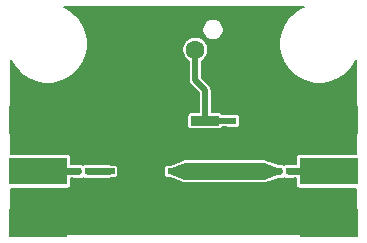
<source format=gbr>
G04 #@! TF.GenerationSoftware,KiCad,Pcbnew,5.0.1-33cea8e~68~ubuntu16.04.1*
G04 #@! TF.CreationDate,2018-11-05T22:20:25+00:00*
G04 #@! TF.ProjectId,pa,70612E6B696361645F70636200000000,rev?*
G04 #@! TF.SameCoordinates,Original*
G04 #@! TF.FileFunction,Copper,L1,Top,Signal*
G04 #@! TF.FilePolarity,Positive*
%FSLAX46Y46*%
G04 Gerber Fmt 4.6, Leading zero omitted, Abs format (unit mm)*
G04 Created by KiCad (PCBNEW 5.0.1-33cea8e~68~ubuntu16.04.1) date Mon 05 Nov 2018 10:20:25 PM GMT*
%MOMM*%
%LPD*%
G01*
G04 APERTURE LIST*
G04 #@! TA.AperFunction,SMDPad,CuDef*
%ADD10R,0.620000X0.620000*%
G04 #@! TD*
G04 #@! TA.AperFunction,SMDPad,CuDef*
%ADD11R,1.020000X0.510000*%
G04 #@! TD*
G04 #@! TA.AperFunction,SMDPad,CuDef*
%ADD12R,3.940000X4.110000*%
G04 #@! TD*
G04 #@! TA.AperFunction,ComponentPad*
%ADD13C,1.600000*%
G04 #@! TD*
G04 #@! TA.AperFunction,SMDPad,CuDef*
%ADD14R,5.000000X2.300000*%
G04 #@! TD*
G04 #@! TA.AperFunction,SMDPad,CuDef*
%ADD15R,5.000000X2.400000*%
G04 #@! TD*
G04 #@! TA.AperFunction,SMDPad,CuDef*
%ADD16R,2.413000X0.838000*%
G04 #@! TD*
G04 #@! TA.AperFunction,ViaPad*
%ADD17C,0.800000*%
G04 #@! TD*
G04 #@! TA.AperFunction,Conductor*
%ADD18C,0.600000*%
G04 #@! TD*
G04 #@! TA.AperFunction,Conductor*
%ADD19C,0.500000*%
G04 #@! TD*
G04 #@! TA.AperFunction,Conductor*
%ADD20C,1.420800*%
G04 #@! TD*
G04 #@! TA.AperFunction,Conductor*
%ADD21C,0.200000*%
G04 #@! TD*
G04 APERTURE END LIST*
D10*
G04 #@! TO.P,C1,1*
G04 #@! TO.N,Net-(C1-Pad1)*
X56050000Y-84300000D03*
G04 #@! TO.P,C1,2*
G04 #@! TO.N,Net-(C1-Pad2)*
X56950000Y-84300000D03*
G04 #@! TD*
G04 #@! TO.P,C2,1*
G04 #@! TO.N,12v*
X69150000Y-80030000D03*
G04 #@! TO.P,C2,2*
G04 #@! TO.N,GND*
X70050000Y-80030000D03*
G04 #@! TD*
G04 #@! TO.P,C3,2*
G04 #@! TO.N,Net-(C3-Pad2)*
X73950000Y-84300000D03*
G04 #@! TO.P,C3,1*
G04 #@! TO.N,Net-(C3-Pad1)*
X73050000Y-84300000D03*
G04 #@! TD*
D11*
G04 #@! TO.P,IC1,1*
G04 #@! TO.N,GND*
X58665000Y-83035000D03*
G04 #@! TO.P,IC1,2*
G04 #@! TO.N,Net-(C1-Pad2)*
X58665000Y-84305000D03*
G04 #@! TO.P,IC1,3*
G04 #@! TO.N,GND*
X58665000Y-85575000D03*
G04 #@! TO.P,IC1,4*
X58665000Y-86845000D03*
G04 #@! TO.P,IC1,5*
X64175000Y-86845000D03*
G04 #@! TO.P,IC1,6*
X64175000Y-85575000D03*
G04 #@! TO.P,IC1,7*
G04 #@! TO.N,Net-(C3-Pad1)*
X64175000Y-84305000D03*
G04 #@! TO.P,IC1,8*
G04 #@! TO.N,GND*
X64175000Y-83035000D03*
D12*
G04 #@! TO.P,IC1,EP*
X61420000Y-84940000D03*
G04 #@! TD*
D13*
G04 #@! TO.P,J1,1*
G04 #@! TO.N,12v*
X66000000Y-74000000D03*
G04 #@! TO.P,J1,2*
G04 #@! TO.N,GND*
X64000000Y-74000000D03*
G04 #@! TD*
D14*
G04 #@! TO.P,P1,1*
G04 #@! TO.N,Net-(C1-Pad1)*
X52700000Y-84300000D03*
D15*
G04 #@! TO.P,P1,2*
G04 #@! TO.N,GND*
X52700000Y-88675000D03*
X52700000Y-79925000D03*
G04 #@! TD*
G04 #@! TO.P,P2,2*
G04 #@! TO.N,GND*
X77300000Y-88675000D03*
X77300000Y-79925000D03*
D14*
G04 #@! TO.P,P2,1*
G04 #@! TO.N,Net-(C3-Pad2)*
X77300000Y-84300000D03*
G04 #@! TD*
D16*
G04 #@! TO.P,L1,1*
G04 #@! TO.N,12v*
X66820000Y-80026000D03*
G04 #@! TO.P,L1,2*
G04 #@! TO.N,Net-(C3-Pad1)*
X66820000Y-84014000D03*
G04 #@! TD*
D17*
G04 #@! TO.N,GND*
X51200000Y-82200000D03*
X52800000Y-82200000D03*
X54400000Y-82200000D03*
X60200000Y-83600000D03*
X66400000Y-85800000D03*
X68000000Y-85800000D03*
X69600000Y-85800000D03*
X71000000Y-85800000D03*
X62600000Y-83600000D03*
X62600000Y-86400000D03*
X60200000Y-86400000D03*
X60200000Y-85000000D03*
X62600000Y-85000000D03*
X61400000Y-85000000D03*
X61400000Y-83600000D03*
X61400000Y-86400000D03*
X66400000Y-82600000D03*
X69600000Y-82600000D03*
X71000000Y-82600000D03*
X68000000Y-82600000D03*
X77200000Y-82200000D03*
X75600000Y-82200000D03*
X78600000Y-82200000D03*
X78600000Y-86400000D03*
X75600000Y-86400000D03*
X77200000Y-86400000D03*
X72800000Y-85600000D03*
X72800000Y-83000000D03*
X52800000Y-86400000D03*
X51200000Y-86400000D03*
X54400000Y-86400000D03*
X56400000Y-85600000D03*
X56400000Y-83000000D03*
X58600000Y-81600000D03*
X64200000Y-81600000D03*
X61400000Y-81600000D03*
X60000000Y-81600000D03*
X62800000Y-81600000D03*
X61400000Y-88200000D03*
X64200000Y-88200000D03*
X62800000Y-88200000D03*
X58600000Y-88200000D03*
X60000000Y-88200000D03*
X64000000Y-75800000D03*
X64000000Y-72200000D03*
X62200000Y-74000000D03*
X62600000Y-75400000D03*
X62600000Y-72600000D03*
G04 #@! TD*
D18*
G04 #@! TO.N,Net-(C1-Pad1)*
X56050000Y-84300000D02*
X52700000Y-84300000D01*
G04 #@! TO.N,Net-(C1-Pad2)*
X56955000Y-84305000D02*
X56950000Y-84300000D01*
X58665000Y-84305000D02*
X56955000Y-84305000D01*
D19*
G04 #@! TO.N,12v*
X66000000Y-74000000D02*
X66000000Y-76590000D01*
X66820000Y-77410000D02*
X66820000Y-80026000D01*
X66000000Y-76590000D02*
X66820000Y-77410000D01*
X66824000Y-80030000D02*
X66820000Y-80026000D01*
X69150000Y-80030000D02*
X66824000Y-80030000D01*
G04 #@! TO.N,GND*
X59515000Y-83035000D02*
X61420000Y-84940000D01*
X58665000Y-83035000D02*
X59515000Y-83035000D01*
X64175000Y-83035000D02*
X58665000Y-83035000D01*
X58665000Y-86845000D02*
X64175000Y-86845000D01*
X64175000Y-85575000D02*
X58665000Y-85575000D01*
D18*
G04 #@! TO.N,Net-(C3-Pad2)*
X73950000Y-84300000D02*
X77300000Y-84300000D01*
G04 #@! TO.N,Net-(C3-Pad1)*
X64180000Y-84300000D02*
X64175000Y-84305000D01*
X70650000Y-84300000D02*
X64180000Y-84300000D01*
X73050000Y-84300000D02*
X72090000Y-84300000D01*
D20*
X70650000Y-84300000D02*
X71710000Y-84300000D01*
D18*
X66820000Y-84280000D02*
X66800000Y-84300000D01*
D20*
X66800000Y-84300000D02*
X65350000Y-84300000D01*
D18*
X66820000Y-84014000D02*
X66820000Y-84280000D01*
D20*
X70650000Y-84300000D02*
X66800000Y-84300000D01*
G04 #@! TD*
D21*
G04 #@! TO.N,Net-(C3-Pad1)*
G36*
X65250000Y-83730000D02*
X65250003Y-83730781D01*
X65259216Y-84910000D01*
X65118868Y-84910000D01*
X64050000Y-84491747D01*
X64050000Y-84117704D01*
X65119259Y-83690000D01*
X65250000Y-83690000D01*
X65250000Y-83730000D01*
X65250000Y-83730000D01*
G37*
X65250000Y-83730000D02*
X65250003Y-83730781D01*
X65259216Y-84910000D01*
X65118868Y-84910000D01*
X64050000Y-84491747D01*
X64050000Y-84117704D01*
X65119259Y-83690000D01*
X65250000Y-83690000D01*
X65250000Y-83730000D01*
G36*
X72900000Y-84061240D02*
X72900000Y-84538916D01*
X71829761Y-84911335D01*
X71696662Y-84911335D01*
X71696662Y-84871335D01*
X71696659Y-84870554D01*
X71687446Y-83691335D01*
X71829866Y-83691335D01*
X72900000Y-84061240D01*
X72900000Y-84061240D01*
G37*
X72900000Y-84061240D02*
X72900000Y-84538916D01*
X71829761Y-84911335D01*
X71696662Y-84911335D01*
X71696662Y-84871335D01*
X71696659Y-84870554D01*
X71687446Y-83691335D01*
X71829866Y-83691335D01*
X72900000Y-84061240D01*
G04 #@! TO.N,GND*
G36*
X74889496Y-70486959D02*
X74332626Y-70859048D01*
X73859048Y-71332626D01*
X73486959Y-71889496D01*
X73230660Y-72508257D01*
X73100000Y-73165129D01*
X73100000Y-73834871D01*
X73230660Y-74491743D01*
X73486959Y-75110504D01*
X73859048Y-75667374D01*
X74332626Y-76140952D01*
X74889496Y-76513041D01*
X75508257Y-76769340D01*
X76165129Y-76900000D01*
X76834871Y-76900000D01*
X77491743Y-76769340D01*
X78110504Y-76513041D01*
X78667374Y-76140952D01*
X79140952Y-75667374D01*
X79513041Y-75110504D01*
X79625000Y-74840211D01*
X79625001Y-82848549D01*
X74800000Y-82848549D01*
X74741190Y-82854341D01*
X74684640Y-82871496D01*
X74632523Y-82899353D01*
X74586842Y-82936842D01*
X74549353Y-82982523D01*
X74521496Y-83034640D01*
X74504341Y-83091190D01*
X74498549Y-83150000D01*
X74498549Y-83700000D01*
X74337464Y-83700000D01*
X74318810Y-83694341D01*
X74260000Y-83688549D01*
X73640000Y-83688549D01*
X73581190Y-83694341D01*
X73524640Y-83711496D01*
X73500000Y-83724666D01*
X73475360Y-83711496D01*
X73418810Y-83694341D01*
X73360000Y-83688549D01*
X73046190Y-83688549D01*
X71944671Y-83307796D01*
X71846662Y-83291335D01*
X71777246Y-83291335D01*
X71759630Y-83289600D01*
X65300370Y-83289600D01*
X65296309Y-83290000D01*
X65100000Y-83290000D01*
X64988583Y-83311457D01*
X63895853Y-83748549D01*
X63665000Y-83748549D01*
X63606190Y-83754341D01*
X63549640Y-83771496D01*
X63497523Y-83799353D01*
X63451842Y-83836842D01*
X63414353Y-83882523D01*
X63386496Y-83934640D01*
X63369341Y-83991190D01*
X63363549Y-84050000D01*
X63363549Y-84560000D01*
X63369341Y-84618810D01*
X63386496Y-84675360D01*
X63414353Y-84727477D01*
X63451842Y-84773158D01*
X63497523Y-84810647D01*
X63549640Y-84838504D01*
X63606190Y-84855659D01*
X63665000Y-84861451D01*
X63897102Y-84861451D01*
X64990680Y-85289373D01*
X65100000Y-85310000D01*
X65296309Y-85310000D01*
X65300370Y-85310400D01*
X71591961Y-85310400D01*
X71596662Y-85311335D01*
X71846662Y-85311335D01*
X71945256Y-85294671D01*
X73046536Y-84911451D01*
X73360000Y-84911451D01*
X73418810Y-84905659D01*
X73475360Y-84888504D01*
X73500000Y-84875334D01*
X73524640Y-84888504D01*
X73581190Y-84905659D01*
X73640000Y-84911451D01*
X74260000Y-84911451D01*
X74318810Y-84905659D01*
X74337464Y-84900000D01*
X74498549Y-84900000D01*
X74498549Y-85450000D01*
X74504341Y-85508810D01*
X74521496Y-85565360D01*
X74549353Y-85617477D01*
X74586842Y-85663158D01*
X74632523Y-85700647D01*
X74684640Y-85728504D01*
X74741190Y-85745659D01*
X74800000Y-85751451D01*
X79625001Y-85751451D01*
X79625001Y-89625000D01*
X50375000Y-89625000D01*
X50375000Y-85751451D01*
X55200000Y-85751451D01*
X55258810Y-85745659D01*
X55315360Y-85728504D01*
X55367477Y-85700647D01*
X55413158Y-85663158D01*
X55450647Y-85617477D01*
X55478504Y-85565360D01*
X55495659Y-85508810D01*
X55501451Y-85450000D01*
X55501451Y-84900000D01*
X55662536Y-84900000D01*
X55681190Y-84905659D01*
X55740000Y-84911451D01*
X56360000Y-84911451D01*
X56418810Y-84905659D01*
X56475360Y-84888504D01*
X56500000Y-84875334D01*
X56524640Y-84888504D01*
X56581190Y-84905659D01*
X56640000Y-84911451D01*
X57260000Y-84911451D01*
X57318810Y-84905659D01*
X57320982Y-84905000D01*
X58694474Y-84905000D01*
X58782621Y-84896318D01*
X58895721Y-84862010D01*
X58896767Y-84861451D01*
X59175000Y-84861451D01*
X59233810Y-84855659D01*
X59290360Y-84838504D01*
X59342477Y-84810647D01*
X59388158Y-84773158D01*
X59425647Y-84727477D01*
X59453504Y-84675360D01*
X59470659Y-84618810D01*
X59476451Y-84560000D01*
X59476451Y-84050000D01*
X59470659Y-83991190D01*
X59453504Y-83934640D01*
X59425647Y-83882523D01*
X59388158Y-83836842D01*
X59342477Y-83799353D01*
X59290360Y-83771496D01*
X59233810Y-83754341D01*
X59175000Y-83748549D01*
X58896767Y-83748549D01*
X58895721Y-83747990D01*
X58782621Y-83713682D01*
X58694474Y-83705000D01*
X57353946Y-83705000D01*
X57318810Y-83694341D01*
X57260000Y-83688549D01*
X56640000Y-83688549D01*
X56581190Y-83694341D01*
X56524640Y-83711496D01*
X56500000Y-83724666D01*
X56475360Y-83711496D01*
X56418810Y-83694341D01*
X56360000Y-83688549D01*
X55740000Y-83688549D01*
X55681190Y-83694341D01*
X55662536Y-83700000D01*
X55501451Y-83700000D01*
X55501451Y-83150000D01*
X55495659Y-83091190D01*
X55478504Y-83034640D01*
X55450647Y-82982523D01*
X55413158Y-82936842D01*
X55367477Y-82899353D01*
X55315360Y-82871496D01*
X55258810Y-82854341D01*
X55200000Y-82848549D01*
X50375000Y-82848549D01*
X50375000Y-74840211D01*
X50486959Y-75110504D01*
X50859048Y-75667374D01*
X51332626Y-76140952D01*
X51889496Y-76513041D01*
X52508257Y-76769340D01*
X53165129Y-76900000D01*
X53834871Y-76900000D01*
X54491743Y-76769340D01*
X55110504Y-76513041D01*
X55667374Y-76140952D01*
X56140952Y-75667374D01*
X56513041Y-75110504D01*
X56769340Y-74491743D01*
X56888704Y-73891659D01*
X64900000Y-73891659D01*
X64900000Y-74108341D01*
X64942273Y-74320858D01*
X65025193Y-74521045D01*
X65145575Y-74701209D01*
X65298791Y-74854425D01*
X65450000Y-74955460D01*
X65450001Y-76562982D01*
X65447340Y-76590000D01*
X65457959Y-76697818D01*
X65489409Y-76801494D01*
X65540479Y-76897042D01*
X65591987Y-76959804D01*
X65591993Y-76959810D01*
X65609211Y-76980790D01*
X65630191Y-76998008D01*
X66270000Y-77637818D01*
X66270001Y-79305549D01*
X65613500Y-79305549D01*
X65554690Y-79311341D01*
X65498140Y-79328496D01*
X65446023Y-79356353D01*
X65400342Y-79393842D01*
X65362853Y-79439523D01*
X65334996Y-79491640D01*
X65317841Y-79548190D01*
X65312049Y-79607000D01*
X65312049Y-80445000D01*
X65317841Y-80503810D01*
X65334996Y-80560360D01*
X65362853Y-80612477D01*
X65400342Y-80658158D01*
X65446023Y-80695647D01*
X65498140Y-80723504D01*
X65554690Y-80740659D01*
X65613500Y-80746451D01*
X68026500Y-80746451D01*
X68085310Y-80740659D01*
X68141860Y-80723504D01*
X68193977Y-80695647D01*
X68239658Y-80658158D01*
X68277147Y-80612477D01*
X68294506Y-80580000D01*
X68659549Y-80580000D01*
X68672523Y-80590647D01*
X68724640Y-80618504D01*
X68781190Y-80635659D01*
X68840000Y-80641451D01*
X69460000Y-80641451D01*
X69518810Y-80635659D01*
X69575360Y-80618504D01*
X69627477Y-80590647D01*
X69673158Y-80553158D01*
X69710647Y-80507477D01*
X69738504Y-80455360D01*
X69755659Y-80398810D01*
X69761451Y-80340000D01*
X69761451Y-79720000D01*
X69755659Y-79661190D01*
X69738504Y-79604640D01*
X69710647Y-79552523D01*
X69673158Y-79506842D01*
X69627477Y-79469353D01*
X69575360Y-79441496D01*
X69518810Y-79424341D01*
X69460000Y-79418549D01*
X68840000Y-79418549D01*
X68781190Y-79424341D01*
X68724640Y-79441496D01*
X68672523Y-79469353D01*
X68659549Y-79480000D01*
X68298782Y-79480000D01*
X68277147Y-79439523D01*
X68239658Y-79393842D01*
X68193977Y-79356353D01*
X68141860Y-79328496D01*
X68085310Y-79311341D01*
X68026500Y-79305549D01*
X67370000Y-79305549D01*
X67370000Y-77437007D01*
X67372660Y-77409999D01*
X67370000Y-77382991D01*
X67370000Y-77382982D01*
X67362042Y-77302181D01*
X67330592Y-77198506D01*
X67295067Y-77132042D01*
X67279521Y-77102957D01*
X67228013Y-77040195D01*
X67228008Y-77040190D01*
X67210790Y-77019210D01*
X67189810Y-77001992D01*
X66550000Y-76362183D01*
X66550000Y-74955460D01*
X66701209Y-74854425D01*
X66854425Y-74701209D01*
X66974807Y-74521045D01*
X67057727Y-74320858D01*
X67100000Y-74108341D01*
X67100000Y-73891659D01*
X67057727Y-73679142D01*
X66974807Y-73478955D01*
X66854425Y-73298791D01*
X66701209Y-73145575D01*
X66521045Y-73025193D01*
X66320858Y-72942273D01*
X66108341Y-72900000D01*
X65891659Y-72900000D01*
X65679142Y-72942273D01*
X65478955Y-73025193D01*
X65298791Y-73145575D01*
X65145575Y-73298791D01*
X65025193Y-73478955D01*
X64942273Y-73679142D01*
X64900000Y-73891659D01*
X56888704Y-73891659D01*
X56900000Y-73834871D01*
X56900000Y-73165129D01*
X56769340Y-72508257D01*
X56646361Y-72211358D01*
X66600000Y-72211358D01*
X66600000Y-72388642D01*
X66634586Y-72562520D01*
X66702430Y-72726310D01*
X66800924Y-72873717D01*
X66926283Y-72999076D01*
X67073690Y-73097570D01*
X67237480Y-73165414D01*
X67411358Y-73200000D01*
X67588642Y-73200000D01*
X67762520Y-73165414D01*
X67926310Y-73097570D01*
X68073717Y-72999076D01*
X68199076Y-72873717D01*
X68297570Y-72726310D01*
X68365414Y-72562520D01*
X68400000Y-72388642D01*
X68400000Y-72211358D01*
X68365414Y-72037480D01*
X68297570Y-71873690D01*
X68199076Y-71726283D01*
X68073717Y-71600924D01*
X67926310Y-71502430D01*
X67762520Y-71434586D01*
X67588642Y-71400000D01*
X67411358Y-71400000D01*
X67237480Y-71434586D01*
X67073690Y-71502430D01*
X66926283Y-71600924D01*
X66800924Y-71726283D01*
X66702430Y-71873690D01*
X66634586Y-72037480D01*
X66600000Y-72211358D01*
X56646361Y-72211358D01*
X56513041Y-71889496D01*
X56140952Y-71332626D01*
X55667374Y-70859048D01*
X55110504Y-70486959D01*
X54840211Y-70375000D01*
X75159789Y-70375000D01*
X74889496Y-70486959D01*
X74889496Y-70486959D01*
G37*
X74889496Y-70486959D02*
X74332626Y-70859048D01*
X73859048Y-71332626D01*
X73486959Y-71889496D01*
X73230660Y-72508257D01*
X73100000Y-73165129D01*
X73100000Y-73834871D01*
X73230660Y-74491743D01*
X73486959Y-75110504D01*
X73859048Y-75667374D01*
X74332626Y-76140952D01*
X74889496Y-76513041D01*
X75508257Y-76769340D01*
X76165129Y-76900000D01*
X76834871Y-76900000D01*
X77491743Y-76769340D01*
X78110504Y-76513041D01*
X78667374Y-76140952D01*
X79140952Y-75667374D01*
X79513041Y-75110504D01*
X79625000Y-74840211D01*
X79625001Y-82848549D01*
X74800000Y-82848549D01*
X74741190Y-82854341D01*
X74684640Y-82871496D01*
X74632523Y-82899353D01*
X74586842Y-82936842D01*
X74549353Y-82982523D01*
X74521496Y-83034640D01*
X74504341Y-83091190D01*
X74498549Y-83150000D01*
X74498549Y-83700000D01*
X74337464Y-83700000D01*
X74318810Y-83694341D01*
X74260000Y-83688549D01*
X73640000Y-83688549D01*
X73581190Y-83694341D01*
X73524640Y-83711496D01*
X73500000Y-83724666D01*
X73475360Y-83711496D01*
X73418810Y-83694341D01*
X73360000Y-83688549D01*
X73046190Y-83688549D01*
X71944671Y-83307796D01*
X71846662Y-83291335D01*
X71777246Y-83291335D01*
X71759630Y-83289600D01*
X65300370Y-83289600D01*
X65296309Y-83290000D01*
X65100000Y-83290000D01*
X64988583Y-83311457D01*
X63895853Y-83748549D01*
X63665000Y-83748549D01*
X63606190Y-83754341D01*
X63549640Y-83771496D01*
X63497523Y-83799353D01*
X63451842Y-83836842D01*
X63414353Y-83882523D01*
X63386496Y-83934640D01*
X63369341Y-83991190D01*
X63363549Y-84050000D01*
X63363549Y-84560000D01*
X63369341Y-84618810D01*
X63386496Y-84675360D01*
X63414353Y-84727477D01*
X63451842Y-84773158D01*
X63497523Y-84810647D01*
X63549640Y-84838504D01*
X63606190Y-84855659D01*
X63665000Y-84861451D01*
X63897102Y-84861451D01*
X64990680Y-85289373D01*
X65100000Y-85310000D01*
X65296309Y-85310000D01*
X65300370Y-85310400D01*
X71591961Y-85310400D01*
X71596662Y-85311335D01*
X71846662Y-85311335D01*
X71945256Y-85294671D01*
X73046536Y-84911451D01*
X73360000Y-84911451D01*
X73418810Y-84905659D01*
X73475360Y-84888504D01*
X73500000Y-84875334D01*
X73524640Y-84888504D01*
X73581190Y-84905659D01*
X73640000Y-84911451D01*
X74260000Y-84911451D01*
X74318810Y-84905659D01*
X74337464Y-84900000D01*
X74498549Y-84900000D01*
X74498549Y-85450000D01*
X74504341Y-85508810D01*
X74521496Y-85565360D01*
X74549353Y-85617477D01*
X74586842Y-85663158D01*
X74632523Y-85700647D01*
X74684640Y-85728504D01*
X74741190Y-85745659D01*
X74800000Y-85751451D01*
X79625001Y-85751451D01*
X79625001Y-89625000D01*
X50375000Y-89625000D01*
X50375000Y-85751451D01*
X55200000Y-85751451D01*
X55258810Y-85745659D01*
X55315360Y-85728504D01*
X55367477Y-85700647D01*
X55413158Y-85663158D01*
X55450647Y-85617477D01*
X55478504Y-85565360D01*
X55495659Y-85508810D01*
X55501451Y-85450000D01*
X55501451Y-84900000D01*
X55662536Y-84900000D01*
X55681190Y-84905659D01*
X55740000Y-84911451D01*
X56360000Y-84911451D01*
X56418810Y-84905659D01*
X56475360Y-84888504D01*
X56500000Y-84875334D01*
X56524640Y-84888504D01*
X56581190Y-84905659D01*
X56640000Y-84911451D01*
X57260000Y-84911451D01*
X57318810Y-84905659D01*
X57320982Y-84905000D01*
X58694474Y-84905000D01*
X58782621Y-84896318D01*
X58895721Y-84862010D01*
X58896767Y-84861451D01*
X59175000Y-84861451D01*
X59233810Y-84855659D01*
X59290360Y-84838504D01*
X59342477Y-84810647D01*
X59388158Y-84773158D01*
X59425647Y-84727477D01*
X59453504Y-84675360D01*
X59470659Y-84618810D01*
X59476451Y-84560000D01*
X59476451Y-84050000D01*
X59470659Y-83991190D01*
X59453504Y-83934640D01*
X59425647Y-83882523D01*
X59388158Y-83836842D01*
X59342477Y-83799353D01*
X59290360Y-83771496D01*
X59233810Y-83754341D01*
X59175000Y-83748549D01*
X58896767Y-83748549D01*
X58895721Y-83747990D01*
X58782621Y-83713682D01*
X58694474Y-83705000D01*
X57353946Y-83705000D01*
X57318810Y-83694341D01*
X57260000Y-83688549D01*
X56640000Y-83688549D01*
X56581190Y-83694341D01*
X56524640Y-83711496D01*
X56500000Y-83724666D01*
X56475360Y-83711496D01*
X56418810Y-83694341D01*
X56360000Y-83688549D01*
X55740000Y-83688549D01*
X55681190Y-83694341D01*
X55662536Y-83700000D01*
X55501451Y-83700000D01*
X55501451Y-83150000D01*
X55495659Y-83091190D01*
X55478504Y-83034640D01*
X55450647Y-82982523D01*
X55413158Y-82936842D01*
X55367477Y-82899353D01*
X55315360Y-82871496D01*
X55258810Y-82854341D01*
X55200000Y-82848549D01*
X50375000Y-82848549D01*
X50375000Y-74840211D01*
X50486959Y-75110504D01*
X50859048Y-75667374D01*
X51332626Y-76140952D01*
X51889496Y-76513041D01*
X52508257Y-76769340D01*
X53165129Y-76900000D01*
X53834871Y-76900000D01*
X54491743Y-76769340D01*
X55110504Y-76513041D01*
X55667374Y-76140952D01*
X56140952Y-75667374D01*
X56513041Y-75110504D01*
X56769340Y-74491743D01*
X56888704Y-73891659D01*
X64900000Y-73891659D01*
X64900000Y-74108341D01*
X64942273Y-74320858D01*
X65025193Y-74521045D01*
X65145575Y-74701209D01*
X65298791Y-74854425D01*
X65450000Y-74955460D01*
X65450001Y-76562982D01*
X65447340Y-76590000D01*
X65457959Y-76697818D01*
X65489409Y-76801494D01*
X65540479Y-76897042D01*
X65591987Y-76959804D01*
X65591993Y-76959810D01*
X65609211Y-76980790D01*
X65630191Y-76998008D01*
X66270000Y-77637818D01*
X66270001Y-79305549D01*
X65613500Y-79305549D01*
X65554690Y-79311341D01*
X65498140Y-79328496D01*
X65446023Y-79356353D01*
X65400342Y-79393842D01*
X65362853Y-79439523D01*
X65334996Y-79491640D01*
X65317841Y-79548190D01*
X65312049Y-79607000D01*
X65312049Y-80445000D01*
X65317841Y-80503810D01*
X65334996Y-80560360D01*
X65362853Y-80612477D01*
X65400342Y-80658158D01*
X65446023Y-80695647D01*
X65498140Y-80723504D01*
X65554690Y-80740659D01*
X65613500Y-80746451D01*
X68026500Y-80746451D01*
X68085310Y-80740659D01*
X68141860Y-80723504D01*
X68193977Y-80695647D01*
X68239658Y-80658158D01*
X68277147Y-80612477D01*
X68294506Y-80580000D01*
X68659549Y-80580000D01*
X68672523Y-80590647D01*
X68724640Y-80618504D01*
X68781190Y-80635659D01*
X68840000Y-80641451D01*
X69460000Y-80641451D01*
X69518810Y-80635659D01*
X69575360Y-80618504D01*
X69627477Y-80590647D01*
X69673158Y-80553158D01*
X69710647Y-80507477D01*
X69738504Y-80455360D01*
X69755659Y-80398810D01*
X69761451Y-80340000D01*
X69761451Y-79720000D01*
X69755659Y-79661190D01*
X69738504Y-79604640D01*
X69710647Y-79552523D01*
X69673158Y-79506842D01*
X69627477Y-79469353D01*
X69575360Y-79441496D01*
X69518810Y-79424341D01*
X69460000Y-79418549D01*
X68840000Y-79418549D01*
X68781190Y-79424341D01*
X68724640Y-79441496D01*
X68672523Y-79469353D01*
X68659549Y-79480000D01*
X68298782Y-79480000D01*
X68277147Y-79439523D01*
X68239658Y-79393842D01*
X68193977Y-79356353D01*
X68141860Y-79328496D01*
X68085310Y-79311341D01*
X68026500Y-79305549D01*
X67370000Y-79305549D01*
X67370000Y-77437007D01*
X67372660Y-77409999D01*
X67370000Y-77382991D01*
X67370000Y-77382982D01*
X67362042Y-77302181D01*
X67330592Y-77198506D01*
X67295067Y-77132042D01*
X67279521Y-77102957D01*
X67228013Y-77040195D01*
X67228008Y-77040190D01*
X67210790Y-77019210D01*
X67189810Y-77001992D01*
X66550000Y-76362183D01*
X66550000Y-74955460D01*
X66701209Y-74854425D01*
X66854425Y-74701209D01*
X66974807Y-74521045D01*
X67057727Y-74320858D01*
X67100000Y-74108341D01*
X67100000Y-73891659D01*
X67057727Y-73679142D01*
X66974807Y-73478955D01*
X66854425Y-73298791D01*
X66701209Y-73145575D01*
X66521045Y-73025193D01*
X66320858Y-72942273D01*
X66108341Y-72900000D01*
X65891659Y-72900000D01*
X65679142Y-72942273D01*
X65478955Y-73025193D01*
X65298791Y-73145575D01*
X65145575Y-73298791D01*
X65025193Y-73478955D01*
X64942273Y-73679142D01*
X64900000Y-73891659D01*
X56888704Y-73891659D01*
X56900000Y-73834871D01*
X56900000Y-73165129D01*
X56769340Y-72508257D01*
X56646361Y-72211358D01*
X66600000Y-72211358D01*
X66600000Y-72388642D01*
X66634586Y-72562520D01*
X66702430Y-72726310D01*
X66800924Y-72873717D01*
X66926283Y-72999076D01*
X67073690Y-73097570D01*
X67237480Y-73165414D01*
X67411358Y-73200000D01*
X67588642Y-73200000D01*
X67762520Y-73165414D01*
X67926310Y-73097570D01*
X68073717Y-72999076D01*
X68199076Y-72873717D01*
X68297570Y-72726310D01*
X68365414Y-72562520D01*
X68400000Y-72388642D01*
X68400000Y-72211358D01*
X68365414Y-72037480D01*
X68297570Y-71873690D01*
X68199076Y-71726283D01*
X68073717Y-71600924D01*
X67926310Y-71502430D01*
X67762520Y-71434586D01*
X67588642Y-71400000D01*
X67411358Y-71400000D01*
X67237480Y-71434586D01*
X67073690Y-71502430D01*
X66926283Y-71600924D01*
X66800924Y-71726283D01*
X66702430Y-71873690D01*
X66634586Y-72037480D01*
X66600000Y-72211358D01*
X56646361Y-72211358D01*
X56513041Y-71889496D01*
X56140952Y-71332626D01*
X55667374Y-70859048D01*
X55110504Y-70486959D01*
X54840211Y-70375000D01*
X75159789Y-70375000D01*
X74889496Y-70486959D01*
G04 #@! TD*
M02*

</source>
